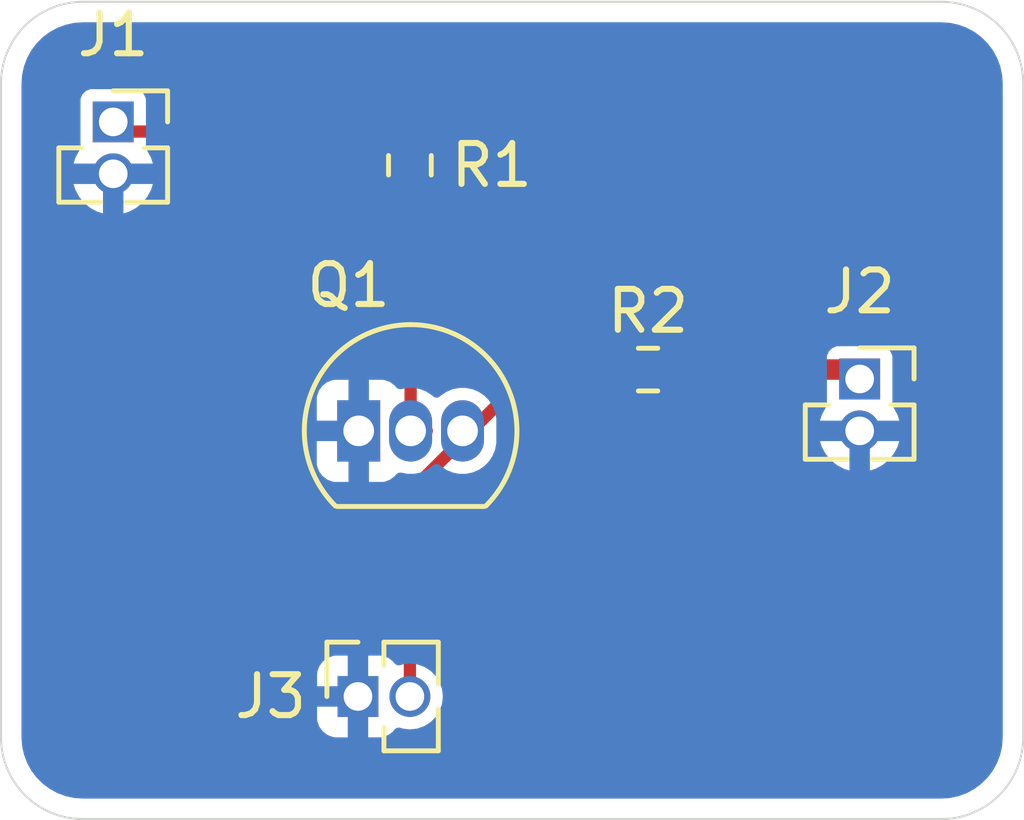
<source format=kicad_pcb>
(kicad_pcb (version 20240108) (generator "pcbnew") (generator_version "8.0")
  (layers (0 "F.Cu" signal) (31 "B.Cu" signal) (34 "B.Paste" user) (35 "F.Paste" user) (36 "B.SilkS" user "B.Silkscreen") (37 "F.SilkS" user "F.Silkscreen") (38 "B.Mask" user) (39 "F.Mask" user) (44 "Edge.Cuts" user))
  (net 0 "")
  (net 1 "GNDREF")
  (net 2 "Net-(J1-Pin_1)")
  (net 3 "Net-(J2-Pin_1)")
  (net 4 "Net-(J3-Pin_2)")
  (net 5 "Net-(Q1-B)")
  (footprint "Resistor_SMD:R_0603_1608Metric" (layer "F.Cu") (at 136 94 -90)
    (property "Reference" "R1" (at -0.000001 -2 180) (layer "F.SilkS"))
    (property "Value" "10k")
    (fp_line (start -0.237258 0.5225) (end 0.237258 0.5225) (stroke (width 0.12)) (layer "F.SilkS"))
    (fp_line (start -0.237258 -0.5225) (end 0.237258 -0.5225) (stroke (width 0.12)) (layer "F.SilkS"))
    (pad "1" smd roundrect (at -0.825 0 270) (size 0.8 0.95) (layers "F.Cu" "F.Paste" "F.Mask") (net 2 "Net-(J1-Pin_1)"))
    (pad "2" smd roundrect (at 0.825 0 270) (size 0.8 0.95) (layers "F.Cu" "F.Paste" "F.Mask") (net 5 "Net-(Q1-B)"))
  )
  (footprint "Connector_PinSocket_1.27mm:PinSocket_1x02_P1.27mm_Vertical" (layer "F.Cu") (at 134.73 107 90)
    (property "Reference" "J3" (at 0 -2.135 0) (layer "F.SilkS"))
    (property "Value" "Output")
    (fp_line (start 1.33 -0.76) (end 1.33 0) (stroke (width 0.12)) (layer "F.SilkS"))
    (fp_line (start 0 -0.76) (end 1.33 -0.76) (stroke (width 0.12)) (layer "F.SilkS"))
    (fp_line (start 1.33 0.635) (end 1.33 1.965) (stroke (width 0.12)) (layer "F.SilkS"))
    (fp_line (start 0.76 0.635) (end 1.33 0.635) (stroke (width 0.12)) (layer "F.SilkS"))
    (fp_line (start -1.33 0.635) (end -0.76 0.635) (stroke (width 0.12)) (layer "F.SilkS"))
    (fp_line (start -1.33 0.635) (end -1.33 1.965) (stroke (width 0.12)) (layer "F.SilkS"))
    (fp_line (start 0.30753 1.965) (end 1.33 1.965) (stroke (width 0.12)) (layer "F.SilkS"))
    (fp_line (start -1.33 1.965) (end -0.30753 1.965) (stroke (width 0.12)) (layer "F.SilkS"))
    (pad "1" thru_hole rect (at 0 0 90) (size 1 1) (drill 0.7) (layers "*.Cu" "*.Mask") (net 1 "GNDREF"))
    (pad "2" thru_hole oval (at 0 1.27 90) (size 1 1) (drill 0.7) (layers "*.Cu" "*.Mask") (net 4 "Net-(J3-Pin_2)"))
  )
  (footprint "Resistor_SMD:R_0603_1608Metric" (layer "F.Cu") (at 141.825 99)
    (property "Reference" "R2" (at 0 -1.43 0) (layer "F.SilkS"))
    (property "Value" "1k")
    (fp_line (start -0.237258 -0.5225) (end 0.237258 -0.5225) (stroke (width 0.12)) (layer "F.SilkS"))
    (fp_line (start -0.237258 0.5225) (end 0.237258 0.5225) (stroke (width 0.12)) (layer "F.SilkS"))
    (pad "1" smd roundrect (at -0.825 0) (size 0.8 0.95) (layers "F.Cu" "F.Paste" "F.Mask") (net 4 "Net-(J3-Pin_2)"))
    (pad "2" smd roundrect (at 0.825 0) (size 0.8 0.95) (layers "F.Cu" "F.Paste" "F.Mask") (net 3 "Net-(J2-Pin_1)"))
  )
  (footprint "Connector_PinSocket_1.27mm:PinSocket_1x02_P1.27mm_Vertical" (layer "F.Cu") (at 128.744 92.9388)
    (property "Reference" "J1" (at 0 -2.135 0) (layer "F.SilkS"))
    (property "Value" "Input")
    (fp_line (start -1.33 0.635) (end -1.33 1.965) (stroke (width 0.12)) (layer "F.SilkS"))
    (fp_line (start -1.33 0.635) (end -0.76 0.635) (stroke (width 0.12)) (layer "F.SilkS"))
    (fp_line (start -1.33 1.965) (end -0.30753 1.965) (stroke (width 0.12)) (layer "F.SilkS"))
    (fp_line (start 0 -0.76) (end 1.33 -0.76) (stroke (width 0.12)) (layer "F.SilkS"))
    (fp_line (start 0.30753 1.965) (end 1.33 1.965) (stroke (width 0.12)) (layer "F.SilkS"))
    (fp_line (start 0.76 0.635) (end 1.33 0.635) (stroke (width 0.12)) (layer "F.SilkS"))
    (fp_line (start 1.33 -0.76) (end 1.33 0) (stroke (width 0.12)) (layer "F.SilkS"))
    (fp_line (start 1.33 0.635) (end 1.33 1.965) (stroke (width 0.12)) (layer "F.SilkS"))
    (pad "1" thru_hole rect (at 0 0) (size 1 1) (drill 0.7) (layers "*.Cu" "*.Mask") (net 2 "Net-(J1-Pin_1)"))
    (pad "2" thru_hole oval (at 0 1.27) (size 1 1) (drill 0.7) (layers "*.Cu" "*.Mask") (net 1 "GNDREF"))
  )
  (footprint "Package_TO_SOT_THT:TO-92_Inline" (layer "F.Cu") (at 134.7478 100.5)
    (property "Reference" "Q1" (at -0.2478 -3.56 0) (layer "F.SilkS"))
    (property "Value" "PN2222A")
    (fp_line (start -0.53 1.85) (end 3.07 1.85) (stroke (width 0.12)) (layer "F.SilkS"))
    (fp_arc (start -0.568478 1.838478) (mid -1.132087 -0.994977) (end 1.27 -2.6) (stroke (width 0.12)) (layer "F.SilkS"))
    (fp_arc (start 1.27 -2.6) (mid 3.672087 -0.994977) (end 3.108478 1.838478) (stroke (width 0.12)) (layer "F.SilkS"))
    (pad "1" thru_hole rect (at 0 0) (size 1.05 1.5) (drill 0.75) (layers "*.Cu" "*.Mask") (net 1 "GNDREF"))
    (pad "2" thru_hole oval (at 1.27 0) (size 1.05 1.5) (drill 0.75) (layers "*.Cu" "*.Mask") (net 5 "Net-(Q1-B)"))
    (pad "3" thru_hole oval (at 2.54 0) (size 1.05 1.5) (drill 0.75) (layers "*.Cu" "*.Mask") (net 4 "Net-(J3-Pin_2)"))
  )
  (footprint "Connector_PinSocket_1.27mm:PinSocket_1x02_P1.27mm_Vertical" (layer "F.Cu") (at 147 99.23)
    (property "Reference" "J2" (at 0 -2.135 0) (layer "F.SilkS"))
    (property "Value" "Power")
    (fp_line (start -1.33 0.635) (end -1.33 1.965) (stroke (width 0.12)) (layer "F.SilkS"))
    (fp_line (start -1.33 0.635) (end -0.76 0.635) (stroke (width 0.12)) (layer "F.SilkS"))
    (fp_line (start -1.33 1.965) (end -0.30753 1.965) (stroke (width 0.12)) (layer "F.SilkS"))
    (fp_line (start 0 -0.76) (end 1.33 -0.76) (stroke (width 0.12)) (layer "F.SilkS"))
    (fp_line (start 0.30753 1.965) (end 1.33 1.965) (stroke (width 0.12)) (layer "F.SilkS"))
    (fp_line (start 0.76 0.635) (end 1.33 0.635) (stroke (width 0.12)) (layer "F.SilkS"))
    (fp_line (start 1.33 -0.76) (end 1.33 0) (stroke (width 0.12)) (layer "F.SilkS"))
    (fp_line (start 1.33 0.635) (end 1.33 1.965) (stroke (width 0.12)) (layer "F.SilkS"))
    (pad "1" thru_hole rect (at 0 0) (size 1 1) (drill 0.7) (layers "*.Cu" "*.Mask") (net 3 "Net-(J2-Pin_1)"))
    (pad "2" thru_hole oval (at 0 1.27) (size 1 1) (drill 0.7) (layers "*.Cu" "*.Mask") (net 1 "GNDREF"))
  )
  (gr_arc (start 149 90) (mid 150.414214 90.585786) (end 151 92) (stroke (width 0.05)) (layer "Edge.Cuts"))
  (gr_arc (start 128 110) (mid 126.585786 109.414214) (end 126 108) (stroke (width 0.05)) (layer "Edge.Cuts"))
  (gr_line (start 149 110) (end 128 110) (stroke (width 0.05)) (layer "Edge.Cuts"))
  (gr_line (start 151 92) (end 151 108) (stroke (width 0.05)) (layer "Edge.Cuts"))
  (gr_arc (start 126 92) (mid 126.585786 90.585786) (end 128 90) (stroke (width 0.05)) (layer "Edge.Cuts"))
  (gr_line (start 128 90) (end 149 90) (stroke (width 0.05)) (layer "Edge.Cuts"))
  (gr_line (start 126 108) (end 126 92) (stroke (width 0.05)) (layer "Edge.Cuts"))
  (gr_arc (start 151 108) (mid 150.414214 109.414214) (end 149 110) (stroke (width 0.05)) (layer "Edge.Cuts"))
  (segment (start 128.9802 93.175) (end 128.744 92.9388) (width 0.3) (layer "F.Cu") (net 2))
  (segment (start 136 93.175) (end 128.9802 93.175) (width 0.3) (layer "F.Cu") (net 2))
  (segment (start 142.65 99) (end 146.77 99) (width 0.5) (layer "F.Cu") (net 3))
  (segment (start 146.77 99) (end 147 99.23) (width 0.5) (layer "F.Cu") (net 3))
  (segment (start 137.2878 100.5) (end 137.5 100.5) (width 0.3) (layer "F.Cu") (net 4))
  (segment (start 139 99) (end 141 99) (width 0.3) (layer "F.Cu") (net 4))
  (segment (start 137.5 100.5) (end 139 99) (width 0.3) (layer "F.Cu") (net 4))
  (segment (start 136 102) (end 136 107) (width 0.3) (layer "F.Cu") (net 4))
  (segment (start 137.2878 100.7122) (end 136 102) (width 0.3) (layer "F.Cu") (net 4))
  (segment (start 137.2878 100.5) (end 137.2878 100.7122) (width 0.3) (layer "F.Cu") (net 4))
  (segment (start 136.0178 100.5) (end 136.0178 94.8428) (width 0.3) (layer "F.Cu") (net 5))
  (segment (start 136.0178 100.5) (end 136.4128 100.5) (width 0.3) (layer "F.Cu") (net 5))
  (segment (start 136.0178 94.8428) (end 136 94.825) (width 0.3) (layer "F.Cu") (net 5))
  (zone (net 1) (net_name "GNDREF") (layer "B.Cu") (connect_pads (clearance 0.3)) (min_thickness 0.25) (fill yes (thermal_gap 0.5) (thermal_bridge_width 0.5))
    (polygon (pts (xy 126 90) (xy 151 90) (xy 151 110) (xy 126 110)))
  )
)
</source>
